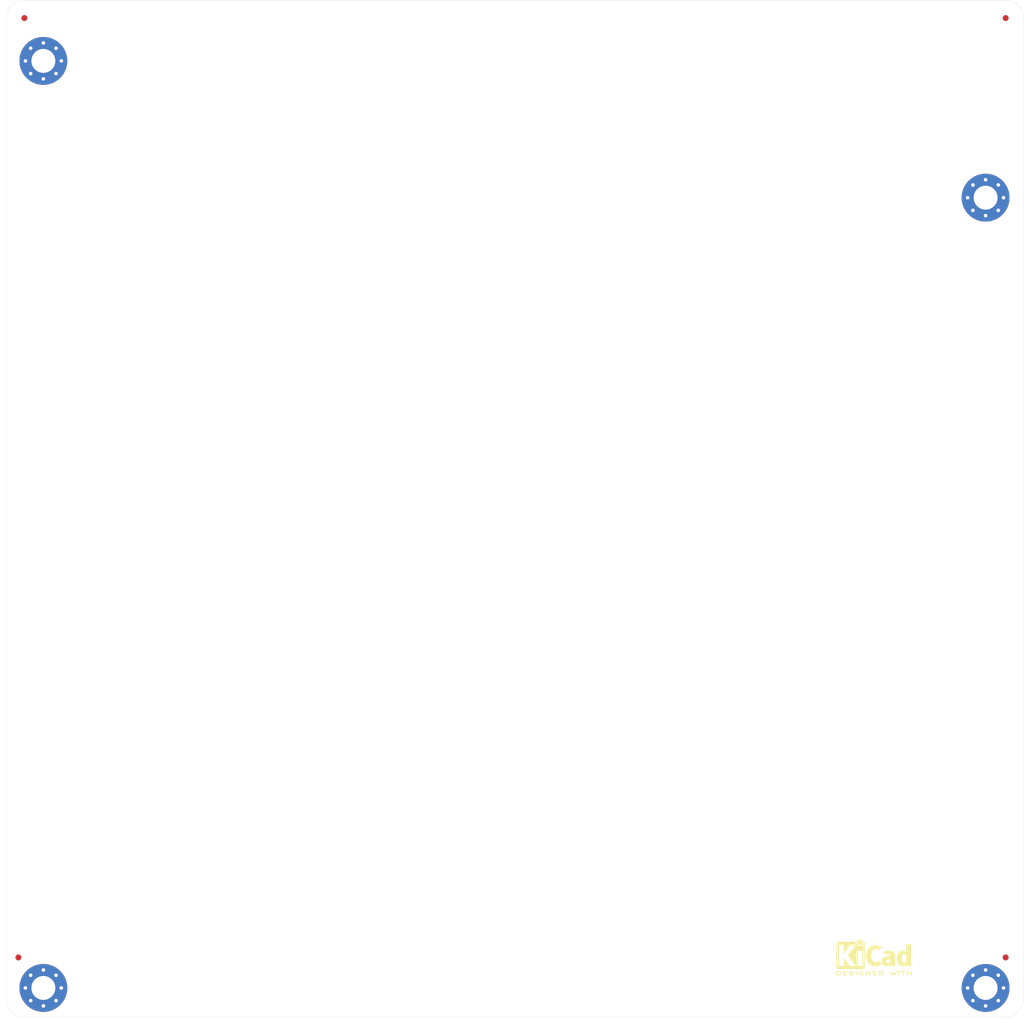
<source format=kicad_pcb>
(kicad_pcb (version 20221018) (generator pcbnew)
  (title_block (title "${boardName}") (rev "${revision}") (comment 8 "${reference}") (comment 9 "${designer}"))
  (layers (0 "F.Cu" signal) (1 "In1.Cu" signal) (2 "In2.Cu" signal) (31 "B.Cu" signal) (34 "B.Paste" user) (35 "F.Paste" user) (36 "B.SilkS" user "B.Silkscreen") (37 "F.SilkS" user "F.Silkscreen") (38 "B.Mask" user) (39 "F.Mask" user) (44 "Edge.Cuts" user))
  (property "boardName" "Mini-ITX")
  (property "designer" "Author")
  (property "reference" "")
  (property "revision" "1.0")
  (net 0 "")
  (footprint "MountingHole:MountingHole_4mm_Pad_Via" (layer "F.Cu") (at 26.17 50.16)
    (fp_text reference "H1" hide)
    (fp_text value "C")
    (pad "1" thru_hole circle locked (at -3 0) (size 0.9 0.9) (drill 0.6) (layers "*.Cu" "*.Mask"))
    (pad "1" thru_hole circle locked (at -2.12132 -2.12132) (size 0.9 0.9) (drill 0.6) (layers "*.Cu" "*.Mask"))
    (pad "1" thru_hole circle locked (at -2.12132 2.12132) (size 0.9 0.9) (drill 0.6) (layers "*.Cu" "*.Mask"))
    (pad "1" thru_hole circle locked (at 0 -3) (size 0.9 0.9) (drill 0.6) (layers "*.Cu" "*.Mask"))
    (pad "1" thru_hole circle locked (at 0 0) (size 8 8) (drill 4) (layers "*.Cu" "*.Mask"))
    (pad "1" thru_hole circle locked (at 0 3) (size 0.9 0.9) (drill 0.6) (layers "*.Cu" "*.Mask"))
    (pad "1" thru_hole circle locked (at 2.12132 -2.12132) (size 0.9 0.9) (drill 0.6) (layers "*.Cu" "*.Mask"))
    (pad "1" thru_hole circle locked (at 2.12132 2.12132) (size 0.9 0.9) (drill 0.6) (layers "*.Cu" "*.Mask"))
    (pad "1" thru_hole circle locked (at 3 0) (size 0.9 0.9) (drill 0.6) (layers "*.Cu" "*.Mask"))
  )
  (footprint "Fiducial:Fiducial_1mm_Mask2mm" (layer "F.Cu") (at 187 43)
    (fp_text reference "FID2" hide)
    (fp_text value "Fiducial")
    (pad "" smd circle (at 0 0) (size 1 1) (layers "F.Cu" "F.Mask") (clearance 0.5))
  )
  (footprint "Fiducial:Fiducial_1mm_Mask2mm" (layer "F.Cu") (at 23 43)
    (fp_text reference "FID1" hide)
    (fp_text value "Fiducial")
    (pad "" smd circle (at 0 0) (size 1 1) (layers "F.Cu" "F.Mask") (clearance 0.5))
  )
  (footprint "Fiducial:Fiducial_1mm_Mask2mm" (layer "F.Cu") (at 187 200)
    (fp_text reference "FID3" hide)
    (fp_text value "Fiducial")
    (pad "" smd circle (at 0 0) (size 1 1) (layers "F.Cu" "F.Mask") (clearance 0.5))
  )
  (footprint "MountingHole:MountingHole_4mm_Pad_Via" (layer "F.Cu") (at 26.17 205.1)
    (fp_text reference "H4" hide)
    (fp_text value "H")
    (pad "1" thru_hole circle locked (at -3 0) (size 0.9 0.9) (drill 0.6) (layers "*.Cu" "*.Mask"))
    (pad "1" thru_hole circle locked (at -2.12132 -2.12132) (size 0.9 0.9) (drill 0.6) (layers "*.Cu" "*.Mask"))
    (pad "1" thru_hole circle locked (at -2.12132 2.12132) (size 0.9 0.9) (drill 0.6) (layers "*.Cu" "*.Mask"))
    (pad "1" thru_hole circle locked (at 0 -3) (size 0.9 0.9) (drill 0.6) (layers "*.Cu" "*.Mask"))
    (pad "1" thru_hole circle locked (at 0 0) (size 8 8) (drill 4) (layers "*.Cu" "*.Mask"))
    (pad "1" thru_hole circle locked (at 0 3) (size 0.9 0.9) (drill 0.6) (layers "*.Cu" "*.Mask"))
    (pad "1" thru_hole circle locked (at 2.12132 -2.12132) (size 0.9 0.9) (drill 0.6) (layers "*.Cu" "*.Mask"))
    (pad "1" thru_hole circle locked (at 2.12132 2.12132) (size 0.9 0.9) (drill 0.6) (layers "*.Cu" "*.Mask"))
    (pad "1" thru_hole circle locked (at 3 0) (size 0.9 0.9) (drill 0.6) (layers "*.Cu" "*.Mask"))
  )
  (footprint "Fiducial:Fiducial_1mm_Mask2mm" (layer "F.Cu") (at 22 200)
    (fp_text reference "FID4" hide)
    (fp_text value "Fiducial")
    (pad "" smd circle (at 0 0) (size 1 1) (layers "F.Cu" "F.Mask") (clearance 0.5))
  )
  (footprint "MountingHole:MountingHole_4mm_Pad_Via" (layer "F.Cu") (at 183.65 205.1)
    (fp_text reference "H3" hide)
    (fp_text value "J")
    (pad "1" thru_hole circle locked (at -3 0) (size 0.9 0.9) (drill 0.6) (layers "*.Cu" "*.Mask"))
    (pad "1" thru_hole circle locked (at -2.12132 -2.12132) (size 0.9 0.9) (drill 0.6) (layers "*.Cu" "*.Mask"))
    (pad "1" thru_hole circle locked (at -2.12132 2.12132) (size 0.9 0.9) (drill 0.6) (layers "*.Cu" "*.Mask"))
    (pad "1" thru_hole circle locked (at 0 -3) (size 0.9 0.9) (drill 0.6) (layers "*.Cu" "*.Mask"))
    (pad "1" thru_hole circle locked (at 0 0) (size 8 8) (drill 4) (layers "*.Cu" "*.Mask"))
    (pad "1" thru_hole circle locked (at 0 3) (size 0.9 0.9) (drill 0.6) (layers "*.Cu" "*.Mask"))
    (pad "1" thru_hole circle locked (at 2.12132 -2.12132) (size 0.9 0.9) (drill 0.6) (layers "*.Cu" "*.Mask"))
    (pad "1" thru_hole circle locked (at 2.12132 2.12132) (size 0.9 0.9) (drill 0.6) (layers "*.Cu" "*.Mask"))
    (pad "1" thru_hole circle locked (at 3 0) (size 0.9 0.9) (drill 0.6) (layers "*.Cu" "*.Mask"))
  )
  (footprint "Symbol:KiCad-Logo2_5mm_SilkScreen" (layer "F.Cu") (at 165 200)
    (fp_text reference "REF**" hide)
    (fp_text value "KiCad-Logo2_5mm_SilkScreen" hide)
    (fp_poly (pts (xy 4.188614 2.275877) (xy 4.212327 2.290647) (xy 4.238978 2.312227) (xy 4.238978 2.633773) (xy 4.238893 2.72783) (xy 4.238529 2.801932) (xy 4.237724 2.858704) (xy 4.236313 2.900768) (xy 4.234133 2.930748) (xy 4.231021 2.951267) (xy 4.226814 2.964949) (xy 4.221348 2.974416) (xy 4.217472 2.979082) (xy 4.186034 2.999575) (xy 4.150233 2.998739) (xy 4.118873 2.981264) (xy 4.092222 2.959684) (xy 4.092222 2.312227) (xy 4.118873 2.290647) (xy 4.144594 2.274949) (xy 4.1656 2.269067) (xy 4.188614 2.275877)) (stroke (width 0.01)) (fill solid) (layer "F.SilkS"))
    (fp_poly (pts (xy -2.923822 2.291645) (xy -2.917242 2.299218) (xy -2.912079 2.308987) (xy -2.908164 2.323571) (xy -2.905324 2.345585) (xy -2.903387 2.377648) (xy -2.902183 2.422375) (xy -2.901539 2.482385) (xy -2.901284 2.560294) (xy -2.901245 2.635956) (xy -2.901314 2.729802) (xy -2.901638 2.803689) (xy -2.902386 2.860232) (xy -2.903732 2.902049) (xy -2.905846 2.931757) (xy -2.9089 2.951973) (xy -2.913066 2.965314) (xy -2.918516 2.974398) (xy -2.923822 2.980267) (xy -2.956826 2.999947) (xy -2.991991 2.998181) (xy -3.023455 2.976717) (xy -3.030684 2.968337) (xy -3.036334 2.958614) (xy -3.040599 2.944861) (xy -3.043673 2.924389) (xy -3.045752 2.894512) (xy -3.04703 2.852541) (xy -3.047701 2.795789) (xy -3.047959 2.721567) (xy -3.048 2.637537) (xy -3.048 2.324485) (xy -3.020291 2.296776) (xy -2.986137 2.273463) (xy -2.953006 2.272623) (xy -2.923822 2.291645)) (stroke (width 0.01)) (fill solid) (layer "F.SilkS"))
    (fp_poly (pts (xy -2.273043 -2.973429) (xy -2.176768 -2.949191) (xy -2.090184 -2.906359) (xy -2.015373 -2.846581) (xy -1.954418 -2.771506) (xy -1.909399 -2.68278) (xy -1.883136 -2.58647) (xy -1.877286 -2.489205) (xy -1.89214 -2.395346) (xy -1.92584 -2.307489) (xy -1.976528 -2.22823) (xy -2.042345 -2.160164) (xy -2.121434 -2.105888) (xy -2.211934 -2.067998) (xy -2.2632 -2.055574) (xy -2.307698 -2.048053) (xy -2.341999 -2.045081) (xy -2.37496 -2.046906) (xy -2.415434 -2.053775) (xy -2.448531 -2.06075) (xy -2.541947 -2.092259) (xy -2.625619 -2.143383) (xy -2.697665 -2.212571) (xy -2.7562 -2.298272) (xy -2.770148 -2.325511) (xy -2.786586 -2.361878) (xy -2.796894 -2.392418) (xy -2.80246 -2.42455) (xy -2.804669 -2.465693) (xy -2.804948 -2.511778) (xy -2.800861 -2.596135) (xy -2.787446 -2.665414) (xy -2.762256 -2.726039) (xy -2.722846 -2.784433) (xy -2.684298 -2.828698) (xy -2.612406 -2.894516) (xy -2.537313 -2.939947) (xy -2.454562 -2.96715) (xy -2.376928 -2.977424) (xy -2.273043 -2.973429)) (stroke (width 0.01)) (fill solid) (layer "F.SilkS"))
    (fp_poly (pts (xy 4.963065 2.269163) (xy 5.041772 2.269542) (xy 5.102863 2.270333) (xy 5.148817 2.27167) (xy 5.182114 2.273683) (xy 5.205236 2.276506) (xy 5.220662 2.280269) (xy 5.230871 2.285105) (xy 5.235813 2.288822) (xy 5.261457 2.321358) (xy 5.264559 2.355138) (xy 5.248711 2.385826) (xy 5.238348 2.398089) (xy 5.227196 2.40645) (xy 5.211035 2.411657) (xy 5.185642 2.414457) (xy 5.146798 2.415596) (xy 5.09028 2.415821) (xy 5.07918 2.415822) (xy 4.933244 2.415822) (xy 4.933244 2.686756) (xy 4.933148 2.772154) (xy 4.932711 2.837864) (xy 4.931712 2.886774) (xy 4.929928 2.921773) (xy 4.927137 2.945749) (xy 4.923117 2.961593) (xy 4.917645 2.972191) (xy 4.910666 2.980267) (xy 4.877734 3.000112) (xy 4.843354 2.998548) (xy 4.812176 2.975906) (xy 4.809886 2.9731) (xy 4.802429 2.962492) (xy 4.796747 2.950081) (xy 4.792601 2.93285) (xy 4.78975 2.907784) (xy 4.787954 2.871867) (xy 4.786972 2.822083) (xy 4.786564 2.755417) (xy 4.786489 2.679589) (xy 4.786489 2.415822) (xy 4.647127 2.415822) (xy 4.587322 2.415418) (xy 4.545918 2.41384) (xy 4.518748 2.410547) (xy 4.501646 2.404992) (xy 4.490443 2.396631) (xy 4.489083 2.395178) (xy 4.472725 2.361939) (xy 4.474172 2.324362) (xy 4.492978 2.291645) (xy 4.50025 2.285298) (xy 4.509627 2.280266) (xy 4.523609 2.276396) (xy 4.544696 2.273537) (xy 4.575389 2.271535) (xy 4.618189 2.270239) (xy 4.675595 2.269498) (xy 4.75011 2.269158) (xy 4.844233 2.269068) (xy 4.86426 2.269067) (xy 4.963065 2.269163)) (stroke (width 0.01)) (fill solid) (layer "F.SilkS"))
    (fp_poly (pts (xy 6.228823 2.274533) (xy 6.260202 2.296776) (xy 6.287911 2.324485) (xy 6.287911 2.63392) (xy 6.287838 2.725799) (xy 6.287495 2.79784) (xy 6.286692 2.85278) (xy 6.285241 2.89336) (xy 6.282952 2.922317) (xy 6.279636 2.942391) (xy 6.275105 2.956321) (xy 6.269169 2.966845) (xy 6.264514 2.9731) (xy 6.233783 2.997673) (xy 6.198496 3.000341) (xy 6.166245 2.985271) (xy 6.155588 2.976374) (xy 6.148464 2.964557) (xy 6.144167 2.945526) (xy 6.141991 2.914992) (xy 6.141228 2.868662) (xy 6.141155 2.832871) (xy 6.141155 2.698045) (xy 5.644444 2.698045) (xy 5.644444 2.8207) (xy 5.643931 2.876787) (xy 5.641876 2.915333) (xy 5.637508 2.941361) (xy 5.630056 2.959897) (xy 5.621047 2.9731) (xy 5.590144 2.997604) (xy 5.555196 3.000506) (xy 5.521738 2.983089) (xy 5.512604 2.973959) (xy 5.506152 2.961855) (xy 5.501897 2.943001) (xy 5.499352 2.91362) (xy 5.498029 2.869937) (xy 5.497443 2.808175) (xy 5.497375 2.794) (xy 5.496891 2.677631) (xy 5.496641 2.581727) (xy 5.496723 2.504177) (xy 5.497231 2.442869) (xy 5.498262 2.39569) (xy 5.499913 2.36053) (xy 5.502279 2.335276) (xy 5.505457 2.317817) (xy 5.509544 2.306041) (xy 5.514634 2.297835) (xy 5.520266 2.291645) (xy 5.552128 2.271844) (xy 5.585357 2.274533) (xy 5.616735 2.296776) (xy 5.629433 2.311126) (xy 5.637526 2.326978) (xy 5.642042 2.349554) (xy 5.644006 2.384078) (xy 5.644444 2.435776) (xy 5.644444 2.551289) (xy 6.141155 2.551289) (xy 6.141155 2.432756) (xy 6.141662 2.378148) (xy 6.143698 2.341275) (xy 6.148035 2.317307) (xy 6.155447 2.301415) (xy 6.163733 2.291645) (xy 6.195594 2.271844) (xy 6.228823 2.274533)) (stroke (width 0.01)) (fill solid) (layer "F.SilkS"))
    (fp_poly (pts (xy 1.018309 2.269275) (xy 1.147288 2.273636) (xy 1.256991 2.286861) (xy 1.349226 2.309741) (xy 1.425802 2.34307) (xy 1.488527 2.387638) (xy 1.539212 2.444236) (xy 1.579663 2.513658) (xy 1.580459 2.515351) (xy 1.604601 2.577483) (xy 1.613203 2.632509) (xy 1.606231 2.687887) (xy 1.583654 2.751073) (xy 1.579372 2.760689) (xy 1.550172 2.816966) (xy 1.517356 2.860451) (xy 1.475002 2.897417) (xy 1.41719 2.934135) (xy 1.413831 2.936052) (xy 1.363504 2.960227) (xy 1.306621 2.978282) (xy 1.239527 2.990839) (xy 1.158565 2.998522) (xy 1.060082 3.001953) (xy 1.025286 3.002251) (xy 0.859594 3.002845) (xy 0.836197 2.9731) (xy 0.829257 2.963319) (xy 0.823842 2.951897) (xy 0.819765 2.936095) (xy 0.816837 2.913175) (xy 0.814867 2.880396) (xy 0.814225 2.856089) (xy 0.970844 2.856089) (xy 1.064726 2.856089) (xy 1.119664 2.854483) (xy 1.17606 2.850255) (xy 1.222345 2.844292) (xy 1.225139 2.84379) (xy 1.307348 2.821736) (xy 1.371114 2.7886) (xy 1.418452 2.742847) (xy 1.451382 2.682939) (xy 1.457108 2.667061) (xy 1.462721 2.642333) (xy 1.460291 2.617902) (xy 1.448467 2.5854) (xy 1.44134 2.569434) (xy 1.418 2.527006) (xy 1.38988 2.49724) (xy 1.35894 2.476511) (xy 1.296966 2.449537) (xy 1.217651 2.429998) (xy 1.125253 2.418746) (xy 1.058333 2.41627) (xy 0.970844 2.415822) (xy 0.970844 2.856089) (xy 0.814225 2.856089) (xy 0.813668 2.835021) (xy 0.81305 2.774311) (xy 0.812825 2.695526) (xy 0.8128 2.63392) (xy 0.8128 2.324485) (xy 0.840509 2.296776) (xy 0.852806 2.285544) (xy 0.866103 2.277853) (xy 0.884672 2.27304) (xy 0.912786 2.270446) (xy 0.954717 2.26941) (xy 1.014737 2.26927) (xy 1.018309 2.269275)) (stroke (width 0.01)) (fill solid) (layer "F.SilkS"))
    (fp_poly (pts (xy -6.121371 2.269066) (xy -6.081889 2.269467) (xy -5.9662 2.272259) (xy -5.869311 2.28055) (xy -5.787919 2.295232) (xy -5.718723 2.317193) (xy -5.65842 2.347322) (xy -5.603708 2.38651) (xy -5.584167 2.403532) (xy -5.55175 2.443363) (xy -5.52252 2.497413) (xy -5.499991 2.557323) (xy -5.487679 2.614739) (xy -5.4864 2.635956) (xy -5.494417 2.694769) (xy -5.515899 2.759013) (xy -5.546999 2.819821) (xy -5.583866 2.86833) (xy -5.589854 2.874182) (xy -5.640579 2.915321) (xy -5.696125 2.947435) (xy -5.759696 2.971365) (xy -5.834494 2.987953) (xy -5.923722 2.998041) (xy -6.030582 3.002469) (xy -6.079528 3.002845) (xy -6.141762 3.002545) (xy -6.185528 3.001292) (xy -6.214931 2.998554) (xy -6.234079 2.993801) (xy -6.247077 2.986501) (xy -6.254045 2.980267) (xy -6.260626 2.972694) (xy -6.265788 2.962924) (xy -6.269703 2.94834) (xy -6.272543 2.926326) (xy -6.27448 2.894264) (xy -6.275684 2.849536) (xy -6.276328 2.789526) (xy -6.276583 2.711617) (xy -6.276622 2.635956) (xy -6.27687 2.535041) (xy -6.276817 2.454427) (xy -6.275857 2.415822) (xy -6.129867 2.415822) (xy -6.129867 2.856089) (xy -6.036734 2.856004) (xy -5.980693 2.854396) (xy -5.921999 2.850256) (xy -5.873028 2.844464) (xy -5.871538 2.844226) (xy -5.792392 2.82509) (xy -5.731002 2.795287) (xy -5.684305 2.752878) (xy -5.654635 2.706961) (xy -5.636353 2.656026) (xy -5.637771 2.6082) (xy -5.658988 2.556933) (xy -5.700489 2.503899) (xy -5.757998 2.4646) (xy -5.83275 2.438331) (xy -5.882708 2.429035) (xy -5.939416 2.422507) (xy -5.999519 2.417782) (xy -6.050639 2.415817) (xy -6.053667 2.415808) (xy -6.129867 2.415822) (xy -6.275857 2.415822) (xy -6.27526 2.391851) (xy -6.270998 2.345055) (xy -6.26283 2.311778) (xy -6.249556 2.289759) (xy -6.229974 2.276739) (xy -6.202883 2.270457) (xy -6.167082 2.268653) (xy -6.121371 2.269066)) (stroke (width 0.01)) (fill solid) (layer "F.SilkS"))
    (fp_poly (pts (xy -1.300114 2.273448) (xy -1.276548 2.287273) (xy -1.245735 2.309881) (xy -1.206078 2.342338) (xy -1.15598 2.385708) (xy -1.093843 2.441058) (xy -1.018072 2.509451) (xy -0.931334 2.588084) (xy -0.750711 2.751878) (xy -0.745067 2.532029) (xy -0.743029 2.456351) (xy -0.741063 2.399994) (xy -0.738734 2.359706) (xy -0.735606 2.332235) (xy -0.731245 2.314329) (xy -0.725216 2.302737) (xy -0.717084 2.294208) (xy -0.712772 2.290623) (xy -0.678241 2.27167) (xy -0.645383 2.274441) (xy -0.619318 2.290633) (xy -0.592667 2.312199) (xy -0.589352 2.627151) (xy -0.588435 2.719779) (xy -0.587968 2.792544) (xy -0.588113 2.848161) (xy -0.589032 2.889342) (xy -0.590887 2.918803) (xy -0.593839 2.939255) (xy -0.59805 2.953413) (xy -0.603682 2.963991) (xy -0.609927 2.972474) (xy -0.623439 2.988207) (xy -0.636883 2.998636) (xy -0.652124 3.002639) (xy -0.671026 2.999094) (xy -0.695455 2.986879) (xy -0.727273 2.964871) (xy -0.768348 2.931949) (xy -0.820542 2.886991) (xy -0.885722 2.828875) (xy -0.959556 2.762099) (xy -1.224845 2.521458) (xy -1.230489 2.740589) (xy -1.232531 2.816128) (xy -1.234502 2.872354) (xy -1.236839 2.912524) (xy -1.239981 2.939896) (xy -1.244364 2.957728) (xy -1.250424 2.969279) (xy -1.2586 2.977807) (xy -1.262784 2.981282) (xy -1.299765 3.000372) (xy -1.334708 2.997493) (xy -1.365136 2.9731) (xy -1.372097 2.963286) (xy -1.377523 2.951826) (xy -1.381603 2.935968) (xy -1.384529 2.912963) (xy -1.386492 2.880062) (xy -1.387683 2.834516) (xy -1.388292 2.773573) (xy -1.388511 2.694486) (xy -1.388534 2.635956) (xy -1.38846 2.544407) (xy -1.388113 2.472687) (xy -1.387301 2.418045) (xy -1.385833 2.377732) (xy -1.383519 2.348998) (xy -1.380167 2.329093) (xy -1.375588 2.315268) (xy -1.369589 2.304772) (xy -1.365136 2.298811) (xy -1.35385 2.284691) (xy -1.343301 2.274029) (xy -1.331893 2.267892) (xy -1.31803 2.267343) (xy -1.300114 2.273448)) (stroke (width 0.01)) (fill solid) (layer "F.SilkS"))
    (fp_poly (pts (xy -1.950081 2.274599) (xy -1.881565 2.286095) (xy -1.828943 2.303967) (xy -1.794708 2.327499) (xy -1.785379 2.340924) (xy -1.775893 2.372148) (xy -1.782277 2.400395) (xy -1.80243 2.427182) (xy -1.833745 2.439713) (xy -1.879183 2.438696) (xy -1.914326 2.431906) (xy -1.992419 2.418971) (xy -2.072226 2.417742) (xy -2.161555 2.428241) (xy -2.186229 2.43269) (xy -2.269291 2.456108) (xy -2.334273 2.490945) (xy -2.380461 2.536604) (xy -2.407145 2.592494) (xy -2.412663 2.621388) (xy -2.409051 2.680012) (xy -2.385729 2.731879) (xy -2.344824 2.775978) (xy -2.288459 2.811299) (xy -2.21876 2.836829) (xy -2.137852 2.851559) (xy -2.04786 2.854478) (xy -1.95091 2.844575) (xy -1.945436 2.843641) (xy -1.906875 2.836459) (xy -1.885494 2.829521) (xy -1.876227 2.819227) (xy -1.874006 2.801976) (xy -1.873956 2.792841) (xy -1.873956 2.754489) (xy -1.942431 2.754489) (xy -2.0029 2.750347) (xy -2.044165 2.737147) (xy -2.068175 2.71373) (xy -2.076877 2.678936) (xy -2.076983 2.674394) (xy -2.071892 2.644654) (xy -2.054433 2.623419) (xy -2.021939 2.609366) (xy -1.971743 2.601173) (xy -1.923123 2.598161) (xy -1.852456 2.596433) (xy -1.801198 2.59907) (xy -1.766239 2.6088) (xy -1.74447 2.628353) (xy -1.73278 2.660456) (xy -1.72806 2.707838) (xy -1.7272 2.770071) (xy -1.728609 2.839535) (xy -1.732848 2.886786) (xy -1.739936 2.912012) (xy -1.741311 2.913988) (xy -1.780228 2.945508) (xy -1.837286 2.97047) (xy -1.908869 2.98834) (xy -1.991358 2.998586) (xy -2.081139 3.000673) (xy -2.174592 2.994068) (xy -2.229556 2.985956) (xy -2.315766 2.961554) (xy -2.395892 2.921662) (xy -2.462977 2.869887) (xy -2.473173 2.859539) (xy -2.506302 2.816035) (xy -2.536194 2.762118) (xy -2.559357 2.705592) (xy -2.572298 2.654259) (xy -2.573858 2.634544) (xy -2.567218 2.593419) (xy -2.549568 2.542252) (xy -2.524297 2.488394) (xy -2.494789 2.439195) (xy -2.468719 2.406334) (xy -2.407765 2.357452) (xy -2.328969 2.318545) (xy -2.235157 2.290494) (xy -2.12915 2.274179) (xy -2.032 2.270192) (xy -1.950081 2.274599)) (stroke (width 0.01)) (fill solid) (layer "F.SilkS"))
    (fp_poly (pts (xy 0.230343 2.26926) (xy 0.306701 2.270174) (xy 0.365217 2.272311) (xy 0.408255 2.276175) (xy 0.438183 2.282267) (xy 0.457368 2.29109) (xy 0.468176 2.303146) (xy 0.472973 2.318939) (xy 0.474127 2.33897) (xy 0.474133 2.341335) (xy 0.473131 2.363992) (xy 0.468396 2.381503) (xy 0.457333 2.394574) (xy 0.437348 2.403913) (xy 0.405846 2.410227) (xy 0.360232 2.414222) (xy 0.297913 2.416606) (xy 0.216293 2.418086) (xy 0.191277 2.418414) (xy -0.0508 2.421467) (xy -0.054186 2.486378) (xy -0.057571 2.551289) (xy 0.110576 2.551289) (xy 0.176266 2.551531) (xy 0.223172 2.552556) (xy 0.255083 2.554811) (xy 0.275791 2.558742) (xy 0.289084 2.564798) (xy 0.298755 2.573424) (xy 0.298817 2.573493) (xy 0.316356 2.607112) (xy 0.315722 2.643448) (xy 0.297314 2.674423) (xy 0.293671 2.677607) (xy 0.280741 2.685812) (xy 0.263024 2.691521) (xy 0.23657 2.695162) (xy 0.197432 2.697167) (xy 0.141662 2.697964) (xy 0.105994 2.698045) (xy -0.056445 2.698045) (xy -0.056445 2.856089) (xy 0.190161 2.856089) (xy 0.27158 2.856231) (xy 0.33341 2.856814) (xy 0.378637 2.858068) (xy 0.410248 2.860227) (xy 0.431231 2.863523) (xy 0.444573 2.868189) (xy 0.453261 2.874457) (xy 0.45545 2.876733) (xy 0.471614 2.90828) (xy 0.472797 2.944168) (xy 0.459536 2.975285) (xy 0.449043 2.985271) (xy 0.438129 2.990769) (xy 0.421217 2.995022) (xy 0.395633 2.99818) (xy 0.358701 3.000392) (xy 0.307746 3.001806) (xy 0.240094 3.002572) (xy 0.153069 3.002838) (xy 0.133394 3.002845) (xy 0.044911 3.002787) (xy -0.023773 3.002467) (xy -0.075436 3.001667) (xy -0.112855 3.000167) (xy -0.13881 2.997749) (xy -0.156078 2.994194) (xy -0.167438 2.989282) (xy -0.175668 2.982795) (xy -0.180183 2.978138) (xy -0.186979 2.969889) (xy -0.192288 2.959669) (xy -0.196294 2.9448) (xy -0.199179 2.922602) (xy -0.201126 2.890393) (xy -0.202319 2.845496) (xy -0.202939 2.785228) (xy -0.203171 2.706911) (xy -0.2032 2.640994) (xy -0.203129 2.548628) (xy -0.202792 2.476117) (xy -0.202002 2.420737) (xy -0.200574 2.379765) (xy -0.198321 2.350478) (xy -0.195057 2.330153) (xy -0.190596 2.316066) (xy -0.184752 2.305495) (xy -0.179803 2.298811) (xy -0.156406 2.269067) (xy 0.133774 2.269067) (xy 0.230343 2.26926)) (stroke (width 0.01)) (fill solid) (layer "F.SilkS"))
    (fp_poly (pts (xy -4.712794 2.269146) (xy -4.643386 2.269518) (xy -4.590997 2.270385) (xy -4.552847 2.271946) (xy -4.526159 2.274403) (xy -4.508153 2.277957) (xy -4.496049 2.28281) (xy -4.487069 2.289161) (xy -4.483818 2.292084) (xy -4.464043 2.323142) (xy -4.460482 2.358828) (xy -4.473491 2.39051) (xy -4.479506 2.396913) (xy -4.489235 2.403121) (xy -4.504901 2.40791) (xy -4.529408 2.411514) (xy -4.565661 2.414164) (xy -4.616565 2.416095) (xy -4.685026 2.417539) (xy -4.747617 2.418418) (xy -4.995334 2.421467) (xy -4.998719 2.486378) (xy -5.002105 2.551289) (xy -4.833958 2.551289) (xy -4.760959 2.551919) (xy -4.707517 2.554553) (xy -4.670628 2.560309) (xy -4.647288 2.570304) (xy -4.634494 2.585656) (xy -4.629242 2.607482) (xy -4.628445 2.627738) (xy -4.630923 2.652592) (xy -4.640277 2.670906) (xy -4.659383 2.683637) (xy -4.691118 2.691741) (xy -4.738359 2.696176) (xy -4.803983 2.697899) (xy -4.839801 2.698045) (xy -5.000978 2.698045) (xy -5.000978 2.856089) (xy -4.752622 2.856089) (xy -4.671213 2.856202) (xy -4.609342 2.856712) (xy -4.563968 2.85787) (xy -4.532054 2.85993) (xy -4.510559 2.863146) (xy -4.496443 2.867772) (xy -4.486668 2.874059) (xy -4.481689 2.878667) (xy -4.46461 2.90556) (xy -4.459111 2.929467) (xy -4.466963 2.958667) (xy -4.481689 2.980267) (xy -4.489546 2.987066) (xy -4.499688 2.992346) (xy -4.514844 2.996298) (xy -4.537741 2.999113) (xy -4.571109 3.000982) (xy -4.617675 3.002098) (xy -4.680167 3.002651) (xy -4.761314 3.002833) (xy -4.803422 3.002845) (xy -4.893598 3.002765) (xy -4.963924 3.002398) (xy -5.017129 3.001552) (xy -5.05594 3.000036) (xy -5.083087 2.997659) (xy -5.101298 2.994229) (xy -5.1133 2.989554) (xy -5.121822 2.983444) (xy -5.125156 2.980267) (xy -5.131755 2.97267) (xy -5.136927 2.96287) (xy -5.140846 2.948239) (xy -5.143684 2.926152) (xy -5.145615 2.893982) (xy -5.146812 2.849103) (xy -5.147448 2.788889) (xy -5.147697 2.710713) (xy -5.147734 2.637923) (xy -5.1477 2.544707) (xy -5.147465 2.471431) (xy -5.14683 2.415458) (xy -5.145594 2.374151) (xy -5.143556 2.344872) (xy -5.140517 2.324984) (xy -5.136277 2.31185) (xy -5.130635 2.302832) (xy -5.123391 2.295293) (xy -5.121606 2.293612) (xy -5.112945 2.286172) (xy -5.102882 2.280409) (xy -5.088625 2.276112) (xy -5.067383 2.273064) (xy -5.036364 2.271051) (xy -4.992777 2.26986) (xy -4.933831 2.269275) (xy -4.856734 2.269083) (xy -4.802001 2.269067) (xy -4.712794 2.269146)) (stroke (width 0.01)) (fill solid) (layer "F.SilkS"))
    (fp_poly (pts (xy 3.744665 2.271034) (xy 3.764255 2.278035) (xy 3.76501 2.278377) (xy 3.791613 2.298678) (xy 3.80627 2.319561) (xy 3.809138 2.329352) (xy 3.808996 2.342361) (xy 3.804961 2.360895) (xy 3.796146 2.387257) (xy 3.781669 2.423752) (xy 3.760645 2.472687) (xy 3.732188 2.536365) (xy 3.695415 2.617093) (xy 3.675175 2.661216) (xy 3.638625 2.739985) (xy 3.604315 2.812423) (xy 3.573552 2.87588) (xy 3.547648 2.927708) (xy 3.52791 2.965259) (xy 3.51565 2.985884) (xy 3.513224 2.988733) (xy 3.482183 3.001302) (xy 3.447121 2.999619) (xy 3.419 2.984332) (xy 3.417854 2.983089) (xy 3.406668 2.966154) (xy 3.387904 2.93317) (xy 3.363875 2.88838) (xy 3.336897 2.836032) (xy 3.327201 2.816742) (xy 3.254014 2.67015) (xy 3.17424 2.829393) (xy 3.145767 2.884415) (xy 3.11935 2.932132) (xy 3.097148 2.968893) (xy 3.081319 2.991044) (xy 3.075954 2.995741) (xy 3.034257 3.002102) (xy 2.999849 2.988733) (xy 2.989728 2.974446) (xy 2.972214 2.942692) (xy 2.948735 2.896597) (xy 2.92072 2.839285) (xy 2.889599 2.77388) (xy 2.856799 2.703507) (xy 2.82375 2.631291) (xy 2.791881 2.560355) (xy 2.762619 2.493825) (xy 2.737395 2.434826) (xy 2.717636 2.386481) (xy 2.704772 2.351915) (xy 2.700231 2.334253) (xy 2.700277 2.333613) (xy 2.711326 2.311388) (xy 2.73341 2.288753) (xy 2.73471 2.287768) (xy 2.761853 2.272425) (xy 2.786958 2.272574) (xy 2.796368 2.275466) (xy 2.807834 2.281718) (xy 2.82001 2.294014) (xy 2.834357 2.314908) (xy 2.852336 2.346949) (xy 2.875407 2.392688) (xy 2.90503 2.454677) (xy 2.931745 2.511898) (xy 2.96248 2.578226) (xy 2.990021 2.637874) (xy 3.012938 2.687725) (xy 3.029798 2.724664) (xy 3.039173 2.745573) (xy 3.04054 2.748845) (xy 3.046689 2.743497) (xy 3.060822 2.721109) (xy 3.081057 2.684946) (xy 3.105515 2.638277) (xy 3.115248 2.619022) (xy 3.148217 2.554004) (xy 3.173643 2.506654) (xy 3.193612 2.474219) (xy 3.21021 2.453946) (xy 3.225524 2.443082) (xy 3.24164 2.438875) (xy 3.252143 2.4384) (xy 3.27067 2.440042) (xy 3.286904 2.446831) (xy 3.303035 2.461566) (xy 3.321251 2.487044) (xy 3.343739 2.526061) (xy 3.372689 2.581414) (xy 3.388662 2.612903) (xy 3.41457 2.663087) (xy 3.437167 2.704704) (xy 3.454458 2.734242) (xy 3.46445 2.748189) (xy 3.465809 2.74877) (xy 3.472261 2.737793) (xy 3.486708 2.70929) (xy 3.507703 2.666244) (xy 3.533797 2.611638) (xy 3.563546 2.548454) (xy 3.57818 2.517071) (xy 3.61625 2.436078) (xy 3.646905 2.373756) (xy 3.671737 2.328071) (xy 3.692337 2.296989) (xy 3.710298 2.278478) (xy 3.72721 2.270504) (xy 3.744665 2.271034)) (stroke (width 0.01)) (fill solid) (layer "F.SilkS"))
    (fp_poly (pts (xy -3.691703 2.270351) (xy -3.616888 2.275581) (xy -3.547306 2.28375) (xy -3.487002 2.29455) (xy -3.44002 2.307673) (xy -3.410406 2.322813) (xy -3.40586 2.327269) (xy -3.390054 2.36185) (xy -3.394847 2.397351) (xy -3.419364 2.427725) (xy -3.420534 2.428596) (xy -3.434954 2.437954) (xy -3.450008 2.442876) (xy -3.471005 2.443473) (xy -3.503257 2.439861) (xy -3.552073 2.432154) (xy -3.556 2.431505) (xy -3.628739 2.422569) (xy -3.707217 2.418161) (xy -3.785927 2.418119) (xy -3.859361 2.422279) (xy -3.922011 2.430479) (xy -3.96837 2.442557) (xy -3.971416 2.443771) (xy -4.005048 2.462615) (xy -4.016864 2.481685) (xy -4.007614 2.500439) (xy -3.978047 2.518337) (xy -3.928911 2.534837) (xy -3.860957 2.549396) (xy -3.815645 2.556406) (xy -3.721456 2.569889) (xy -3.646544 2.582214) (xy -3.587717 2.594449) (xy -3.541785 2.607661) (xy -3.505555 2.622917) (xy -3.475838 2.641285) (xy -3.449442 2.663831) (xy -3.42823 2.685971) (xy -3.403065 2.716819) (xy -3.390681 2.743345) (xy -3.386808 2.776026) (xy -3.386667 2.787995) (xy -3.389576 2.827712) (xy -3.401202 2.857259) (xy -3.421323 2.883486) (xy -3.462216 2.923576) (xy -3.507817 2.954149) (xy -3.561513 2.976203) (xy -3.626692 2.990735) (xy -3.706744 2.998741) (xy -3.805057 3.001218) (xy -3.821289 3.001177) (xy -3.886849 2.999818) (xy -3.951866 2.99673) (xy -4.009252 2.992356) (xy -4.051922 2.98714) (xy -4.055372 2.986541) (xy -4.097796 2.976491) (xy -4.13378 2.963796) (xy -4.15415 2.95219) (xy -4.173107 2.921572) (xy -4.174427 2.885918) (xy -4.158085 2.854144) (xy -4.154429 2.850551) (xy -4.139315 2.839876) (xy -4.120415 2.835276) (xy -4.091162 2.836059) (xy -4.055651 2.840127) (xy -4.01597 2.843762) (xy -3.960345 2.846828) (xy -3.895406 2.849053) (xy -3.827785 2.850164) (xy -3.81 2.850237) (xy -3.742128 2.849964) (xy -3.692454 2.848646) (xy -3.65661 2.845827) (xy -3.630224 2.84105) (xy -3.608926 2.833857) (xy -3.596126 2.827867) (xy -3.568 2.811233) (xy -3.550068 2.796168) (xy -3.547447 2.791897) (xy -3.552976 2.774263) (xy -3.57926 2.757192) (xy -3.624478 2.741458) (xy -3.686808 2.727838) (xy -3.705171 2.724804) (xy -3.80109 2.709738) (xy -3.877641 2.697146) (xy -3.93778 2.686111) (xy -3.98446 2.67572) (xy -4.020637 2.665056) (xy -4.049265 2.653205) (xy -4.073298 2.639251) (xy -4.095692 2.622281) (xy -4.119402 2.601378) (xy -4.12738 2.594049) (xy -4.155353 2.566699) (xy -4.17016 2.545029) (xy -4.175952 2.520232) (xy -4.176889 2.488983) (xy -4.166575 2.427705) (xy -4.135752 2.37564) (xy -4.084595 2.332958) (xy -4.013283 2.299825) (xy -3.9624 2.284964) (xy -3.9071 2.275366) (xy -3.840853 2.269936) (xy -3.767706 2.268367) (xy -3.691703 2.270351)) (stroke (width 0.01)) (fill solid) (layer "F.SilkS"))
    (fp_poly (pts (xy 0.328429 -2.050929) (xy 0.48857 -2.029755) (xy 0.65251 -1.989615) (xy 0.822313 -1.930111) (xy 1.000043 -1.850846) (xy 1.01131 -1.845301) (xy 1.069005 -1.817275) (xy 1.120552 -1.793198) (xy 1.162191 -1.774751) (xy 1.190162 -1.763614) (xy 1.199733 -1.761067) (xy 1.21895 -1.756059) (xy 1.223561 -1.751853) (xy 1.218458 -1.74142) (xy 1.202418 -1.715132) (xy 1.177288 -1.675743) (xy 1.144914 -1.626009) (xy 1.107143 -1.568685) (xy 1.065822 -1.506524) (xy 1.022798 -1.442282) (xy 0.979917 -1.378715) (xy 0.939026 -1.318575) (xy 0.901971 -1.26462) (xy 0.8706 -1.219603) (xy 0.846759 -1.186279) (xy 0.832294 -1.167403) (xy 0.830309 -1.165213) (xy 0.820191 -1.169862) (xy 0.79785 -1.187038) (xy 0.76728 -1.21356) (xy 0.751536 -1.228036) (xy 0.655047 -1.303318) (xy 0.548336 -1.358759) (xy 0.432832 -1.393859) (xy 0.309962 -1.40812) (xy 0.240561 -1.406949) (xy 0.119423 -1.389788) (xy 0.010205 -1.353906) (xy -0.087418 -1.299041) (xy -0.173772 -1.22493) (xy -0.249185 -1.131312) (xy -0.313982 -1.017924) (xy -0.351399 -0.931333) (xy -0.395252 -0.795634) (xy -0.427572 -0.64815) (xy -0.448443 -0.492686) (xy -0.457949 -0.333044) (xy -0.456173 -0.173027) (xy -0.443197 -0.016439) (xy -0.419106 0.132918) (xy -0.383982 0.27124) (xy -0.337908 0.394724) (xy -0.321627 0.428978) (xy -0.25338 0.543064) (xy -0.172921 0.639557) (xy -0.08143 0.71767) (xy 0.019911 0.776617) (xy 0.12992 0.815612) (xy 0.247415 0.833868) (xy 0.288883 0.835211) (xy 0.410441 0.82429) (xy 0.530878 0.791474) (xy 0.648666 0.737439) (xy 0.762277 0.662865) (xy 0.853685 0.584539) (xy 0.900215 0.540008) (xy 1.081483 0.837271) (xy 1.12658 0.911433) (xy 1.167819 0.979646) (xy 1.203735 1.039459) (xy 1.232866 1.08842) (xy 1.25375 1.124079) (xy 1.264924 1.143984) (xy 1.266375 1.147079) (xy 1.258146 1.156718) (xy 1.232567 1.173999) (xy 1.192873 1.197283) (xy 1.142297 1.224934) (xy 1.084074 1.255315) (xy 1.021437 1.28679) (xy 0.957621 1.317722) (xy 0.89586 1.346473) (xy 0.839388 1.371408) (xy 0.791438 1.390889) (xy 0.767986 1.399318) (xy 0.634221 1.437133) (xy 0.496327 1.462136) (xy 0.348622 1.47514) (xy 0.221833 1.477468) (xy 0.153878 1.476373) (xy 0.088277 1.474275) (xy 0.030847 1.471434) (xy -0.012597 1.468106) (xy -0.026702 1.466422) (xy -0.165716 1.437587) (xy -0.307243 1.392468) (xy -0.444725 1.33375) (xy -0.571606 1.26412) (xy -0.649111 1.211441) (xy -0.776519 1.103239) (xy -0.894822 0.976671) (xy -1.001828 0.834866) (xy -1.095348 0.680951) (xy -1.17319 0.518053) (xy -1.217044 0.400756) (xy -1.267292 0.217128) (xy -1.300791 0.022581) (xy -1.317551 -0.178675) (xy -1.317584 -0.382432) (xy -1.300899 -0.584479) (xy -1.267507 -0.780608) (xy -1.21742 -0.966609) (xy -1.213603 -0.978197) (xy -1.150719 -1.14025) (xy -1.073972 -1.288168) (xy -0.980758 -1.426135) (xy -0.868473 -1.558339) (xy -0.824608 -1.603601) (xy -0.688466 -1.727543) (xy -0.548509 -1.830085) (xy -0.402589 -1.912344) (xy -0.248558 -1.975436) (xy -0.084268 -2.020477) (xy 0.011289 -2.037967) (xy 0.170023 -2.053534) (xy 0.328429 -2.050929)) (stroke (width 0.01)) (fill solid) (layer "F.SilkS"))
    (fp_poly (pts (xy 6.186507 -0.527755) (xy 6.186526 -0.293338) (xy 6.186552 -0.080397) (xy 6.186625 0.112168) (xy 6.186782 0.285459) (xy 6.187064 0.440576) (xy 6.187509 0.57862) (xy 6.188156 0.700692) (xy 6.189045 0.807894) (xy 6.190213 0.901326) (xy 6.191701 0.98209) (xy 6.193546 1.051286) (xy 6.195789 1.110015) (xy 6.198469 1.159379) (xy 6.201623 1.200478) (xy 6.205292 1.234413) (xy 6.209513 1.262286) (xy 6.214327 1.285198) (xy 6.219773 1.304249) (xy 6.225888 1.32054) (xy 6.232712 1.335173) (xy 6.240285 1.349249) (xy 6.248645 1.363868) (xy 6.253839 1.372974) (xy 6.288104 1.433689) (xy 5.429955 1.433689) (xy 5.429955 1.337733) (xy 5.429224 1.29437) (xy 5.427272 1.261205) (xy 5.424463 1.243424) (xy 5.423221 1.241778) (xy 5.411799 1.248662) (xy 5.389084 1.266505) (xy 5.366385 1.285879) (xy 5.3118 1.326614) (xy 5.242321 1.367617) (xy 5.16527 1.405123) (xy 5.087965 1.435364) (xy 5.057113 1.445012) (xy 4.988616 1.459578) (xy 4.905764 1.469539) (xy 4.816371 1.474583) (xy 4.728248 1.474396) (xy 4.649207 1.468666) (xy 4.611511 1.462858) (xy 4.473414 1.424797) (xy 4.346113 1.367073) (xy 4.230292 1.290211) (xy 4.126637 1.194739) (xy 4.035833 1.081179) (xy 3.969031 0.970381) (xy 3.914164 0.853625) (xy 3.872163 0.734276) (xy 3.842167 0.608283) (xy 3.823311 0.471594) (xy 3.814732 0.320158) (xy 3.814006 0.242711) (xy 3.8161 0.185934) (xy 4.645217 0.185934) (xy 4.645424 0.279002) (xy 4.648337 0.366692) (xy 4.654 0.443772) (xy 4.662455 0.505009) (xy 4.665038 0.51735) (xy 4.69684 0.624633) (xy 4.738498 0.711658) (xy 4.790363 0.778642) (xy 4.852781 0.825805) (xy 4.9261 0.853365) (xy 5.010669 0.861541) (xy 5.106835 0.850551) (xy 5.170311 0.834829) (xy 5.219454 0.816639) (xy 5.273583 0.790791) (xy 5.314244 0.767089) (xy 5.3848 0.720721) (xy 5.3848 -0.42947) (xy 5.317392 -0.473038) (xy 5.238867 -0.51396) (xy 5.154681 -0.540611) (xy 5.069557 -0.552535) (xy 4.988216 -0.549278) (xy 4.91538 -0.530385) (xy 4.883426 -0.514816) (xy 4.825501 -0.471819) (xy 4.776544 -0.415047) (xy 4.73539 -0.342425) (xy 4.700874 -0.251879) (xy 4.671833 -0.141334) (xy 4.670552 -0.135467) (xy 4.660381 -0.073212) (xy 4.652739 0.004594) (xy 4.64767 0.09272) (xy 4.645217 0.185934) (xy 3.8161 0.185934) (xy 3.821857 0.029895) (xy 3.843802 -0.165941) (xy 3.879786 -0.344668) (xy 3.929759 -0.506155) (xy 3.993668 -0.650274) (xy 4.071462 -0.776894) (xy 4.163089 -0.885885) (xy 4.268497 -0.977117) (xy 4.313662 -1.008068) (xy 4.414611 -1.064215) (xy 4.517901 -1.103826) (xy 4.627989 -1.127986) (xy 4.74933 -1.137781) (xy 4.841836 -1.136735) (xy 4.97149 -1.125769) (xy 5.084084 -1.103954) (xy 5.182875 -1.070286) (xy 5.271121 -1.023764) (xy 5.319986 -0.989552) (xy 5.349353 -0.967638) (xy 5.371043 -0.952667) (xy 5.379253 -0.948267) (xy 5.380868 -0.959096) (xy 5.382159 -0.989749) (xy 5.383138 -1.037474) (xy 5.383817 -1.099521) (xy 5.38421 -1.173138) (xy 5.38433 -1.255573) (xy 5.384188 -1.344075) (xy 5.383797 -1.435893) (xy 5.383171 -1.528276) (xy 5.38232 -1.618472) (xy 5.38126 -1.703729) (xy 5.380001 -1.781297) (xy 5.378556 -1.848424) (xy 5.376938 -1.902359) (xy 5.375161 -1.94035) (xy 5.374669 -1.947333) (xy 5.367092 -2.017749) (xy 5.355531 -2.072898) (xy 5.337792 -2.120019) (xy 5.311682 -2.166353) (xy 5.305415 -2.175933) (xy 5.280983 -2.212622) (xy 6.186311 -2.212622) (xy 6.186507 -0.527755)) (stroke (width 0.01)) (fill solid) (layer "F.SilkS"))
    (fp_poly (pts (xy 2.673574 -1.133448) (xy 2.825492 -1.113433) (xy 2.960756 -1.079798) (xy 3.080239 -1.032275) (xy 3.184815 -0.970595) (xy 3.262424 -0.907035) (xy 3.331265 -0.832901) (xy 3.385006 -0.753129) (xy 3.42791 -0.660909) (xy 3.443384 -0.617839) (xy 3.456244 -0.578858) (xy 3.467446 -0.542711) (xy 3.47712 -0.507566) (xy 3.485396 -0.47159) (xy 3.492403 -0.43295) (xy 3.498272 -0.389815) (xy 3.503131 -0.340351) (xy 3.50711 -0.282727) (xy 3.51034 -0.215109) (xy 3.512949 -0.135666) (xy 3.515067 -0.042564) (xy 3.516824 0.066027) (xy 3.518349 0.191942) (xy 3.519772 0.337012) (xy 3.521025 0.479778) (xy 3.522351 0.635968) (xy 3.523556 0.771239) (xy 3.524766 0.887246) (xy 3.526106 0.985645) (xy 3.5277 1.068093) (xy 3.529675 1.136246) (xy 3.532156 1.19176) (xy 3.535269 1.236292) (xy 3.539138 1.271498) (xy 3.543889 1.299034) (xy 3.549648 1.320556) (xy 3.556539 1.337722) (xy 3.564689 1.352186) (xy 3.574223 1.365606) (xy 3.585266 1.379638) (xy 3.589566 1.385071) (xy 3.605386 1.40791) (xy 3.612422 1.423463) (xy 3.612444 1.423922) (xy 3.601567 1.426121) (xy 3.570582 1.428147) (xy 3.521957 1.429942) (xy 3.458163 1.431451) (xy 3.381669 1.432616) (xy 3.294944 1.43338) (xy 3.200457 1.433686) (xy 3.18955 1.433689) (xy 2.766657 1.433689) (xy 2.763395 1.337622) (xy 2.760133 1.241556) (xy 2.698044 1.292543) (xy 2.600714 1.360057) (xy 2.490813 1.414749) (xy 2.404349 1.444978) (xy 2.335278 1.459666) (xy 2.251925 1.469659) (xy 2.162159 1.474646) (xy 2.073845 1.474313) (xy 1.994851 1.468351) (xy 1.958622 1.462638) (xy 1.818603 1.424776) (xy 1.692178 1.369932) (xy 1.58026 1.298924) (xy 1.483762 1.212568) (xy 1.4036 1.111679) (xy 1.340687 0.997076) (xy 1.296312 0.870984) (xy 1.283978 0.814401) (xy 1.276368 0.752202) (xy 1.272739 0.677363) (xy 1.272245 0.643467) (xy 1.27231 0.640282) (xy 2.032248 0.640282) (xy 2.041541 0.715333) (xy 2.069728 0.77916) (xy 2.118197 0.834798) (xy 2.123254 0.839211) (xy 2.171548 0.874037) (xy 2.223257 0.89662) (xy 2.283989 0.90854) (xy 2.359352 0.911383) (xy 2.377459 0.910978) (xy 2.431278 0.908325) (xy 2.471308 0.902909) (xy 2.506324 0.892745) (xy 2.545103 0.87585) (xy 2.555745 0.870672) (xy 2.616396 0.834844) (xy 2.663215 0.792212) (xy 2.675952 0.776973) (xy 2.720622 0.720462) (xy 2.720622 0.524586) (xy 2.720086 0.445939) (xy 2.718396 0.387988) (xy 2.715428 0.348875) (xy 2.711057 0.326741) (xy 2.706972 0.320274) (xy 2.691047 0.317111) (xy 2.657264 0.314488) (xy 2.61034 0.312655) (xy 2.554993 0.311857) (xy 2.546106 0.311842) (xy 2.42533 0.317096) (xy 2.32266 0.333263) (xy 2.236106 0.360961) (xy 2.163681 0.400808) (xy 2.108751 0.447758) (xy 2.064204 0.505645) (xy 2.03948 0.568693) (xy 2.032248 0.640282) (xy 1.27231 0.640282) (xy 1.274178 0.549712) (xy 1.282522 0.470812) (xy 1.298768 0.39959) (xy 1.324405 0.328864) (xy 1.348401 0.276493) (xy 1.40702 0.181196) (xy 1.485117 0.09317) (xy 1.580315 0.014017) (xy 1.690238 -0.05466) (xy 1.81251 -0.111259) (xy 1.944755 -0.154179) (xy 2.009422 -0.169118) (xy 2.145604 -0.191223) (xy 2.294049 -0.205806) (xy 2.445505 -0.212187) (xy 2.572064 -0.210555) (xy 2.73395 -0.203776) (xy 2.72653 -0.262755) (xy 2.707238 -0.361908) (xy 2.676104 -0.442628) (xy 2.632269 -0.505534) (xy 2.574871 -0.551244) (xy 2.503048 -0.580378) (xy 2.415941 -0.593553) (xy 2.312686 -0.591389) (xy 2.274711 -0.587388) (xy 2.13352 -0.56222) (xy 1.996707 -0.521186) (xy 1.902178 -0.483185) (xy 1.857018 -0.46381) (xy 1.818585 -0.44824) (xy 1.792234 -0.438595) (xy 1.784546 -0.436548) (xy 1.774802 -0.445626) (xy 1.758083 -0.474595) (xy 1.734232 -0.523783) (xy 1.703093 -0.593516) (xy 1.664507 -0.684121) (xy 1.65791 -0.699911) (xy 1.627853 -0.772228) (xy 1.600874 -0.837575) (xy 1.578136 -0.893094) (xy 1.560806 -0.935928) (xy 1.550048 -0.963219) (xy 1.546941 -0.972058) (xy 1.55694 -0.976813) (xy 1.583217 -0.98209) (xy 1.611489 -0.985769) (xy 1.641646 -0.990526) (xy 1.689433 -0.999972) (xy 1.750612 -1.01318) (xy 1.820946 -1.029224) (xy 1.896194 -1.04718) (xy 1.924755 -1.054203) (xy 2.029816 -1.079791) (xy 2.11748 -1.099853) (xy 2.192068 -1.115031) (xy 2.257903 -1.125965) (xy 2.319307 -1.133296) (xy 2.380602 -1.137665) (xy 2.44611 -1.139713) (xy 2.504128 -1.140111) (xy 2.673574 -1.133448)) (stroke (width 0.01)) (fill solid) (layer "F.SilkS"))
    (fp_poly (pts (xy -2.9464 -2.510946) (xy -2.935535 -2.397007) (xy -2.903918 -2.289384) (xy -2.853015 -2.190385) (xy -2.784293 -2.102316) (xy -2.699219 -2.027484) (xy -2.602232 -1.969616) (xy -2.495964 -1.929995) (xy -2.38895 -1.911427) (xy -2.2833 -1.912566) (xy -2.181125 -1.93207) (xy -2.084534 -1.968594) (xy -1.995638 -2.020795) (xy -1.916546 -2.087327) (xy -1.849369 -2.166848) (xy -1.796217 -2.258013) (xy -1.759199 -2.359477) (xy -1.740427 -2.469898) (xy -1.738489 -2.519794) (xy -1.738489 -2.607733) (xy -1.68656 -2.607733) (xy -1.650253 -2.604889) (xy -1.623355 -2.593089) (xy -1.596249 -2.569351) (xy -1.557867 -2.530969) (xy -1.557867 -0.339398) (xy -1.557876 -0.077261) (xy -1.557908 0.163241) (xy -1.557972 0.383048) (xy -1.558076 0.583101) (xy -1.558227 0.764344) (xy -1.558434 0.927716) (xy -1.558706 1.07416) (xy -1.55905 1.204617) (xy -1.559474 1.320029) (xy -1.559987 1.421338) (xy -1.560597 1.509484) (xy -1.561312 1.58541) (xy -1.56214 1.650057) (xy -1.563089 1.704367) (xy -1.564167 1.74928) (xy -1.565383 1.78574) (xy -1.566745 1.814687) (xy -1.568261 1.837063) (xy -1.569938 1.853809) (xy -1.571786 1.865868) (xy -1.573813 1.87418) (xy -1.576025 1.879687) (xy -1.577108 1.881537) (xy -1.581271 1.888549) (xy -1.584805 1.894996) (xy -1.588635 1.9009) (xy -1.593682 1.906286) (xy -1.600871 1.911178) (xy -1.611123 1.915598) (xy -1.625364 1.919572) (xy -1.644514 1.923121) (xy -1.669499 1.92627) (xy -1.70124 1.929042) (xy -1.740662 1.931461) (xy -1.788686 1.933551) (xy -1.846237 1.935335) (xy -1.914237 1.936837) (xy -1.99361 1.93808) (xy -2.085279 1.939089) (xy -2.190166 1.939885) (xy -2.309196 1.940494) (xy -2.44329 1.940939) (xy -2.593373 1.941243) (xy -2.760367 1.94143) (xy -2.945196 1.941524) (xy -3.148783 1.941548) (xy -3.37205 1.941525) (xy -3.615922 1.94148) (xy -3.881321 1.941437) (xy -3.919704 1.941432) (xy -4.186682 1.941389) (xy -4.432002 1.941318) (xy -4.656583 1.941213) (xy -4.861345 1.941066) (xy -5.047206 1.940869) (xy -5.215088 1.940616) (xy -5.365908 1.9403) (xy -5.500587 1.939913) (xy -5.620044 1.939447) (xy -5.725199 1.938897) (xy -5.816971 1.938253) (xy -5.896279 1.937511) (xy -5.964043 1.936661) (xy -6.021182 1.935697) (xy -6.068617 1.934611) (xy -6.107266 1.933397) (xy -6.138049 1.932047) (xy -6.161885 1.930555) (xy -6.179694 1.928911) (xy -6.192395 1.927111) (xy -6.200908 1.925145) (xy -6.205266 1.923477) (xy -6.213728 1.919906) (xy -6.221497 1.91727) (xy -6.228602 1.914634) (xy -6.235073 1.911062) (xy -6.240939 1.905621) (xy -6.246229 1.897375) (xy -6.250974 1.88539) (xy -6.255202 1.868731) (xy -6.258943 1.846463) (xy -6.262227 1.817652) (xy -6.265083 1.781363) (xy -6.26754 1.736661) (xy -6.269629 1.682611) (xy -6.271378 1.618279) (xy -6.272817 1.54273) (xy -6.273976 1.45503) (xy -6.274883 1.354243) (xy -6.275569 1.239434) (xy -6.276063 1.10967) (xy -6.276395 0.964015) (xy -6.276593 0.801535) (xy -6.276687 0.621295) (xy -6.276708 0.42236) (xy -6.276685 0.203796) (xy -6.276646 -0.035332) (xy -6.276622 -0.29596) (xy -6.276622 -0.338111) (xy -6.276636 -0.601008) (xy -6.276661 -0.842268) (xy -6.276671 -1.062835) (xy -6.276642 -1.263648) (xy -6.276548 -1.445651) (xy -6.276362 -1.609784) (xy -6.276059 -1.756989) (xy -6.275614 -1.888208) (xy -6.275034 -1.998133) (xy -5.972197 -1.998133) (xy -5.932407 -1.940289) (xy -5.921236 -1.924521) (xy -5.911166 -1.910559) (xy -5.902138 -1.897216) (xy -5.894097 -1.883307) (xy -5.886986 -1.867644) (xy -5.880747 -1.849042) (xy -5.875325 -1.826314) (xy -5.870662 -1.798273) (xy -5.866701 -1.763733) (xy -5.863385 -1.721508) (xy -5.860659 -1.670411) (xy -5.858464 -1.609256) (xy -5.856745 -1.536856) (xy -5.855444 -1.452025) (xy -5.854505 -1.353578) (xy -5.85387 -1.240326) (xy -5.853484 -1.111084) (xy -5.853288 -0.964666) (xy -5.853227 -0.799884) (xy -5.853243 -0.615553) (xy -5.85328 -0.410487) (xy -5.853289 -0.287867) (xy -5.853265 -0.070918) (xy -5.853231 0.124642) (xy -5.853243 0.299999) (xy -5.853358 0.456341) (xy -5.85363 0.594857) (xy -5.854118 0.716734) (xy -5.854876 0.82316) (xy -5.855962 0.915322) (xy -5.857431 0.994409) (xy -5.85934 1.061608) (xy -5.861744 1.118107) (xy -5.864701 1.165093) (xy -5.868266 1.203755) (xy -5.872495 1.23528) (xy -5.877446 1.260855) (xy -5.883173 1.28167) (xy -5.889733 1.298911) (xy -5.897183 1.313765) (xy -5.905579 1.327422) (xy -5.914976 1.341069) (xy -5.925432 1.355893) (xy -5.931523 1.364783) (xy -5.970296 1.4224) (xy -5.438732 1.4224) (xy -5.315483 1.422365) (xy -5.212987 1.422215) (xy -5.12942 1.421878) (xy -5.062956 1.421286) (xy -5.011771 1.420367) (xy -4.974041 1.419051) (xy -4.94794 1.417269) (xy -4.931644 1.414951) (xy -4.923328 1.412026) (xy -4.921168 1.408424) (xy -4.923339 1.404075) (xy -4.924535 1.402645) (xy -4.949685 1.365573) (xy -4.975583 1.312772) (xy -4.999192 1.25077) (xy -5.007461 1.224357) (xy -5.012078 1.206416) (xy -5.015979 1.185355) (xy -5.019248 1.159089) (xy -5.021966 1.125532) (xy -5.024215 1.082599) (xy -5.026077 1.028204) (xy -5.027636 0.960262) (xy -5.028972 0.876688) (xy -5.030169 0.775395) (xy -5.031308 0.6543) (xy -5.031685 0.6096) (xy -5.032702 0.484449) (xy -5.03346 0.380082) (xy -5.033903 0.294707) (xy -5.03397 0.226533) (xy -5.033605 0.173765) (xy -5.032748 0.134614) (xy -5.031341 0.107285) (xy -5.029325 0.089986) (xy -5.026643 0.080926) (xy -5.023236 0.078312) (xy -5.019044 0.080351) (xy -5.014571 0.084667) (xy -5.004216 0.097602) (xy -4.982158 0.126676) (xy -4.949957 0.169759) (xy -4.909174 0.224718) (xy -4.86137 0.289423) (xy -4.808105 0.361742) (xy -4.75094 0.439544) (xy -4.691437 0.520698) (xy -4.631155 0.603072) (xy -4.571655 0.684536) (xy -4.514498 0.762957) (xy -4.461245 0.836204) (xy -4.413457 0.902147) (xy -4.372693 0.958654) (xy -4.340516 1.003593) (xy -4.318485 1.034834) (xy -4.313917 1.041466) (xy -4.290996 1.078369) (xy -4.264188 1.126359) (xy -4.238789 1.175897) (xy -4.235568 1.182577) (xy -4.21389 1.230772) (xy -4.201304 1.268334) (xy -4.195574 1.30416) (xy -4.194456 1.3462) (xy -4.19509 1.4224) (xy -3.040651 1.4224) (xy -3.131815 1.328669) (xy -3.178612 1.278775) (xy -3.228899 1.222295) (xy -3.274944 1.168026) (xy -3.295369 1.142673) (xy -3.325807 1.103128) (xy -3.365862 1.049916) (xy -3.414361 0.984667) (xy -3.470135 0.909011) (xy -3.532011 0.824577) (xy -3.598819 0.732994) (xy -3.669387 0.635892) (xy -3.742545 0.534901) (xy -3.817121 0.43165) (xy -3.891944 0.327768) (xy -3.965843 0.224885) (xy -4.037646 0.124631) (xy -4.106184 0.028636) (xy -4.170284 -0.061473) (xy -4.228775 -0.144064) (xy -4.280486 -0.217508) (xy -4.324247 -0.280176) (xy -4.358885 -0.330439) (xy -4.38323 -0.366666) (xy -4.396111 -0.387229) (xy -4.397869 -0.391332) (xy -4.38991 -0.402658) (xy -4.369115 -0.429838) (xy -4.336847 -0.471171) (xy -4.29447 -0.524956) (xy -4.243347 -0.589494) (xy -4.184841 -0.663082) (xy -4.120314 -0.744022) (xy -4.051131 -0.830612) (xy -3.978653 -0.921152) (xy -3.904246 -1.01394) (xy -3.844517 -1.088298) (xy -2.833511 -1.088298) (xy -2.827602 -1.075341) (xy -2.813272 -1.053092) (xy -2.812225 -1.051609) (xy -2.793438 -1.021456) (xy -2.773791 -0.984625) (xy -2.769892 -0.976489) (xy -2.766356 -0.96806) (xy -2.76323 -0.957941) (xy -2.760486 -0.94474) (xy -2.758092 -0.927062) (xy -2.756019 -0.903516) (xy -2.754235 -0.872707) (xy -2.752712 -0.833243) (xy -2.751419 -0.783731) (xy -2.750326 -0.722777) (xy -2.749403 -0.648989) (xy -2.748619 -0.560972) (xy -2.747945 -0.457335) (xy -2.74735 -0.336684) (xy -2.746805 -0.197626) (xy -2.746279 -0.038768) (xy -2.745745 0.140089) (xy -2.745206 0.325207) (xy -2.744772 0.489145) (xy -2.744509 0.633303) (xy -2.744484 0.759079) (xy -2.744765 0.867871) (xy -2.745419 0.961077) (xy -2.746514 1.040097) (xy -2.748118 1.106328) (xy -2.750297 1.16117) (xy -2.753119 1.206021) (xy -2.756651 1.242278) (xy -2.760961 1.271341) (xy -2.766117 1.294609) (xy -2.772185 1.313479) (xy -2.779233 1.329351) (xy -2.787329 1.343622) (xy -2.79654 1.357691) (xy -2.80504 1.370158) (xy -2.822176 1.396452) (xy -2.832322 1.414037) (xy -2.833511 1.417257) (xy -2.822604 1.418334) (xy -2.791411 1.419335) (xy -2.742223 1.420235) (xy -2.677333 1.42101) (xy -2.59903 1.421637) (xy -2.509607 1.422091) (xy -2.411356 1.422349) (xy -2.342445 1.4224) (xy -2.237452 1.42218) (xy -2.14061 1.421548) (xy -2.054107 1.420549) (xy -1.980132 1.419227) (xy -1.920874 1.417626) (xy -1.87852 1.415791) (xy -1.85526 1.413765) (xy -1.851378 1.412493) (xy -1.859076 1.397591) (xy -1.867074 1.38956) (xy -1.880246 1.372434) (xy -1.897485 1.342183) (xy -1.909407 1.317622) (xy -1.936045 1.258711) (xy -1.93912 0.081845) (xy -1.942195 -1.095022) (xy -2.387853 -1.095022) (xy -2.48567 -1.094858) (xy -2.576064 -1.094389) (xy -2.65663 -1.093653) (xy -2.724962 -1.092684) (xy -2.778656 -1.09152) (xy -2.815305 -1.090197) (xy -2.832504 -1.088751) (xy -2.833511 -1.088298) (xy -3.844517 -1.088298) (xy -3.82927 -1.107278) (xy -3.75509 -1.199463) (xy -3.683069 -1.288796) (xy -3.614569 -1.373576) (xy -3.550955 -1.452102) (xy -3.493588 -1.522674) (xy -3.443833 -1.583591) (xy -3.403052 -1.633153) (xy -3.385888 -1.653822) (xy -3.299596 -1.754484) (xy -3.222997 -1.837741) (xy -3.154183 -1.905562) (xy -3.091248 -1.959911) (xy -3.081867 -1.967278) (xy -3.042356 -1.997883) (xy -4.174116 -1.998133) (xy -4.168827 -1.950156) (xy -4.17213 -1.892812) (xy -4.193661 -1.824537) (xy -4.233635 -1.744788) (xy -4.278943 -1.672505) (xy -4.295161 -1.64986) (xy -4.323214 -1.612304) (xy -4.36143 -1.561979) (xy -4.408137 -1.501027) (xy -4.461661 -1.431589) (xy -4.520331 -1.355806) (xy -4.582475 -1.27582) (xy -4.646421 -1.193772) (xy -4.710495 -1.111804) (xy -4.773027 -1.032057) (xy -4.832343 -0.956673) (xy -4.886771 -0.887793) (xy -4.934639 -0.827558) (xy -4.974275 -0.778111) (xy -5.004006 -0.741592) (xy -5.022161 -0.720142) (xy -5.02522 -0.716844) (xy -5.028079 -0.724851) (xy -5.030293 -0.755145) (xy -5.031857 -0.807444) (xy -5.032767 -0.881469) (xy -5.03302 -0.976937) (xy -5.032613 -1.093566) (xy -5.031704 -1.213555) (xy -5.030382 -1.345667) (xy -5.028857 -1.457406) (xy -5.026881 -1.550975) (xy -5.024206 -1.628581) (xy -5.020582 -1.692426) (xy -5.015761 -1.744717) (xy -5.009494 -1.787656) (xy -5.001532 -1.823449) (xy -4.991627 -1.8543) (xy -4.979531 -1.882414) (xy -4.964993 -1.909995) (xy -4.950311 -1.935034) (xy -4.912314 -1.998133) (xy -5.972197 -1.998133) (xy -6.275034 -1.998133) (xy -6.275001 -2.004383) (xy -6.274195 -2.106456) (xy -6.27317 -2.195367) (xy -6.2719 -2.272059) (xy -6.27036 -2.337473) (xy -6.268524 -2.392551) (xy -6.266367 -2.438235) (xy -6.263863 -2.475466) (xy -6.260987 -2.505187) (xy -6.257713 -2.528338) (xy -6.254015 -2.545861) (xy -6.249869 -2.558699) (xy -6.245247 -2.567792) (xy -6.240126 -2.574082) (xy -6.234478 -2.578512) (xy -6.228279 -2.582022) (xy -6.221504 -2.585555) (xy -6.215508 -2.589124) (xy -6.210275 -2.5917) (xy -6.202099 -2.594028) (xy -6.189886 -2.596122) (xy -6.172541 -2.597993) (xy -6.148969 -2.599653) (xy -6.118077 -2.601116) (xy -6.078768 -2.602392) (xy -6.02995 -2.603496) (xy -5.970527 -2.604439) (xy -5.899404 -2.605233) (xy -5.815488 -2.605891) (xy -5.717683 -2.606425) (xy -5.604894 -2.606847) (xy -5.476029 -2.607171) (xy -5.329991 -2.607408) (xy -5.165686 -2.60757) (xy -4.98202 -2.60767) (xy -4.777897 -2.60772) (xy -4.566753 -2.607733) (xy -2.9464 -2.607733) (xy -2.9464 -2.510946)) (stroke (width 0.01)) (fill solid) (layer "F.SilkS"))
  )
  (footprint "MountingHole:MountingHole_4mm_Pad_Via" (layer "F.Cu") (at 183.65 73.02)
    (fp_text reference "H2" hide)
    (fp_text value "F")
    (pad "1" thru_hole circle locked (at -3 0) (size 0.9 0.9) (drill 0.6) (layers "*.Cu" "*.Mask"))
    (pad "1" thru_hole circle locked (at -2.12132 -2.12132) (size 0.9 0.9) (drill 0.6) (layers "*.Cu" "*.Mask"))
    (pad "1" thru_hole circle locked (at -2.12132 2.12132) (size 0.9 0.9) (drill 0.6) (layers "*.Cu" "*.Mask"))
    (pad "1" thru_hole circle locked (at 0 -3) (size 0.9 0.9) (drill 0.6) (layers "*.Cu" "*.Mask"))
    (pad "1" thru_hole circle locked (at 0 0) (size 8 8) (drill 4) (layers "*.Cu" "*.Mask"))
    (pad "1" thru_hole circle locked (at 0 3) (size 0.9 0.9) (drill 0.6) (layers "*.Cu" "*.Mask"))
    (pad "1" thru_hole circle locked (at 2.12132 -2.12132) (size 0.9 0.9) (drill 0.6) (layers "*.Cu" "*.Mask"))
    (pad "1" thru_hole circle locked (at 2.12132 2.12132) (size 0.9 0.9) (drill 0.6) (layers "*.Cu" "*.Mask"))
    (pad "1" thru_hole circle locked (at 3 0) (size 0.9 0.9) (drill 0.6) (layers "*.Cu" "*.Mask"))
  )
  (gr_arc locked (start 190 207) (mid 189.12132 209.12132) (end 187 210) (stroke (width 0.0381)) (layer "Edge.Cuts"))
  (gr_arc locked (start 23 210) (mid 20.87868 209.12132) (end 20 207) (stroke (width 0.0381)) (layer "Edge.Cuts"))
  (gr_line locked (start 20 207) (end 20 43) (stroke (width 0.0381)) (layer "Edge.Cuts"))
  (gr_line locked (start 190 43) (end 190 207) (stroke (width 0.0381)) (layer "Edge.Cuts"))
  (gr_arc locked (start 20 43) (mid 20.87868 40.87868) (end 23 40) (stroke (width 0.0381)) (layer "Edge.Cuts"))
  (gr_line locked (start 23 40) (end 187 40) (stroke (width 0.0381)) (layer "Edge.Cuts"))
  (gr_line locked (start 187 210) (end 23 210) (stroke (width 0.0381)) (layer "Edge.Cuts"))
  (gr_arc locked (start 187 40) (mid 189.12132 40.87868) (end 190 43) (stroke (width 0.0381)) (layer "Edge.Cuts"))
)
</source>
